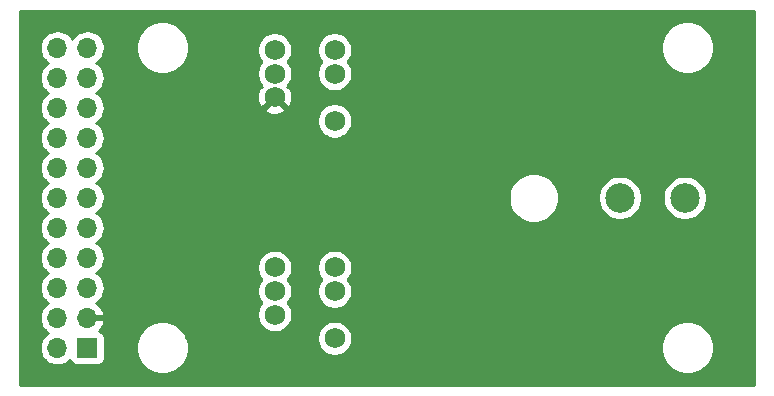
<source format=gbr>
G04 #@! TF.GenerationSoftware,KiCad,Pcbnew,(5.1.2)-1*
G04 #@! TF.CreationDate,2019-11-05T15:10:58-06:00*
G04 #@! TF.ProjectId,power_supply_board,706f7765-725f-4737-9570-706c795f626f,rev?*
G04 #@! TF.SameCoordinates,Original*
G04 #@! TF.FileFunction,Copper,L2,Inr*
G04 #@! TF.FilePolarity,Positive*
%FSLAX46Y46*%
G04 Gerber Fmt 4.6, Leading zero omitted, Abs format (unit mm)*
G04 Created by KiCad (PCBNEW (5.1.2)-1) date 2019-11-05 15:10:58*
%MOMM*%
%LPD*%
G04 APERTURE LIST*
%ADD10O,1.700000X1.700000*%
%ADD11R,1.700000X1.700000*%
%ADD12C,2.500000*%
%ADD13C,1.730000*%
%ADD14C,0.254000*%
G04 APERTURE END LIST*
D10*
X128270000Y-102870000D03*
X130810000Y-102870000D03*
X128270000Y-105410000D03*
X130810000Y-105410000D03*
X128270000Y-107950000D03*
X130810000Y-107950000D03*
X128270000Y-110490000D03*
X130810000Y-110490000D03*
X128270000Y-113030000D03*
X130810000Y-113030000D03*
X128270000Y-115570000D03*
X130810000Y-115570000D03*
X128270000Y-118110000D03*
X130810000Y-118110000D03*
X128270000Y-120650000D03*
X130810000Y-120650000D03*
X128270000Y-123190000D03*
X130810000Y-123190000D03*
X128270000Y-125730000D03*
X130810000Y-125730000D03*
X128270000Y-128270000D03*
D11*
X130810000Y-128270000D03*
D12*
X175920000Y-115570000D03*
X181420000Y-115570000D03*
D13*
X151760000Y-121460000D03*
X151760000Y-123460000D03*
X151760000Y-127460000D03*
X146690000Y-125460000D03*
X146690000Y-121460000D03*
X146690000Y-123460000D03*
X146690000Y-105045000D03*
X146690000Y-103045000D03*
X146690000Y-107045000D03*
X151760000Y-109045000D03*
X151760000Y-105045000D03*
X151760000Y-103045000D03*
D14*
G36*
X187300000Y-131420000D02*
G01*
X125120000Y-131420000D01*
X125120000Y-102870000D01*
X126777815Y-102870000D01*
X126806487Y-103161111D01*
X126891401Y-103441034D01*
X127029294Y-103699014D01*
X127214866Y-103925134D01*
X127440986Y-104110706D01*
X127495791Y-104140000D01*
X127440986Y-104169294D01*
X127214866Y-104354866D01*
X127029294Y-104580986D01*
X126891401Y-104838966D01*
X126806487Y-105118889D01*
X126777815Y-105410000D01*
X126806487Y-105701111D01*
X126891401Y-105981034D01*
X127029294Y-106239014D01*
X127214866Y-106465134D01*
X127440986Y-106650706D01*
X127495791Y-106680000D01*
X127440986Y-106709294D01*
X127214866Y-106894866D01*
X127029294Y-107120986D01*
X126891401Y-107378966D01*
X126806487Y-107658889D01*
X126777815Y-107950000D01*
X126806487Y-108241111D01*
X126891401Y-108521034D01*
X127029294Y-108779014D01*
X127214866Y-109005134D01*
X127440986Y-109190706D01*
X127495791Y-109220000D01*
X127440986Y-109249294D01*
X127214866Y-109434866D01*
X127029294Y-109660986D01*
X126891401Y-109918966D01*
X126806487Y-110198889D01*
X126777815Y-110490000D01*
X126806487Y-110781111D01*
X126891401Y-111061034D01*
X127029294Y-111319014D01*
X127214866Y-111545134D01*
X127440986Y-111730706D01*
X127495791Y-111760000D01*
X127440986Y-111789294D01*
X127214866Y-111974866D01*
X127029294Y-112200986D01*
X126891401Y-112458966D01*
X126806487Y-112738889D01*
X126777815Y-113030000D01*
X126806487Y-113321111D01*
X126891401Y-113601034D01*
X127029294Y-113859014D01*
X127214866Y-114085134D01*
X127440986Y-114270706D01*
X127495791Y-114300000D01*
X127440986Y-114329294D01*
X127214866Y-114514866D01*
X127029294Y-114740986D01*
X126891401Y-114998966D01*
X126806487Y-115278889D01*
X126777815Y-115570000D01*
X126806487Y-115861111D01*
X126891401Y-116141034D01*
X127029294Y-116399014D01*
X127214866Y-116625134D01*
X127440986Y-116810706D01*
X127495791Y-116840000D01*
X127440986Y-116869294D01*
X127214866Y-117054866D01*
X127029294Y-117280986D01*
X126891401Y-117538966D01*
X126806487Y-117818889D01*
X126777815Y-118110000D01*
X126806487Y-118401111D01*
X126891401Y-118681034D01*
X127029294Y-118939014D01*
X127214866Y-119165134D01*
X127440986Y-119350706D01*
X127495791Y-119380000D01*
X127440986Y-119409294D01*
X127214866Y-119594866D01*
X127029294Y-119820986D01*
X126891401Y-120078966D01*
X126806487Y-120358889D01*
X126777815Y-120650000D01*
X126806487Y-120941111D01*
X126891401Y-121221034D01*
X127029294Y-121479014D01*
X127214866Y-121705134D01*
X127440986Y-121890706D01*
X127495791Y-121920000D01*
X127440986Y-121949294D01*
X127214866Y-122134866D01*
X127029294Y-122360986D01*
X126891401Y-122618966D01*
X126806487Y-122898889D01*
X126777815Y-123190000D01*
X126806487Y-123481111D01*
X126891401Y-123761034D01*
X127029294Y-124019014D01*
X127214866Y-124245134D01*
X127440986Y-124430706D01*
X127495791Y-124460000D01*
X127440986Y-124489294D01*
X127214866Y-124674866D01*
X127029294Y-124900986D01*
X126891401Y-125158966D01*
X126806487Y-125438889D01*
X126777815Y-125730000D01*
X126806487Y-126021111D01*
X126891401Y-126301034D01*
X127029294Y-126559014D01*
X127214866Y-126785134D01*
X127440986Y-126970706D01*
X127495791Y-127000000D01*
X127440986Y-127029294D01*
X127214866Y-127214866D01*
X127029294Y-127440986D01*
X126891401Y-127698966D01*
X126806487Y-127978889D01*
X126777815Y-128270000D01*
X126806487Y-128561111D01*
X126891401Y-128841034D01*
X127029294Y-129099014D01*
X127214866Y-129325134D01*
X127440986Y-129510706D01*
X127698966Y-129648599D01*
X127978889Y-129733513D01*
X128197050Y-129755000D01*
X128342950Y-129755000D01*
X128561111Y-129733513D01*
X128841034Y-129648599D01*
X129099014Y-129510706D01*
X129325134Y-129325134D01*
X129349607Y-129295313D01*
X129370498Y-129364180D01*
X129429463Y-129474494D01*
X129508815Y-129571185D01*
X129605506Y-129650537D01*
X129715820Y-129709502D01*
X129835518Y-129745812D01*
X129960000Y-129758072D01*
X131660000Y-129758072D01*
X131784482Y-129745812D01*
X131904180Y-129709502D01*
X132014494Y-129650537D01*
X132111185Y-129571185D01*
X132190537Y-129474494D01*
X132249502Y-129364180D01*
X132285812Y-129244482D01*
X132298072Y-129120000D01*
X132298072Y-128049872D01*
X134925000Y-128049872D01*
X134925000Y-128490128D01*
X135010890Y-128921925D01*
X135179369Y-129328669D01*
X135423962Y-129694729D01*
X135735271Y-130006038D01*
X136101331Y-130250631D01*
X136508075Y-130419110D01*
X136939872Y-130505000D01*
X137380128Y-130505000D01*
X137811925Y-130419110D01*
X138218669Y-130250631D01*
X138584729Y-130006038D01*
X138896038Y-129694729D01*
X139140631Y-129328669D01*
X139309110Y-128921925D01*
X139395000Y-128490128D01*
X139395000Y-128049872D01*
X139309110Y-127618075D01*
X139182439Y-127312263D01*
X150260000Y-127312263D01*
X150260000Y-127607737D01*
X150317644Y-127897534D01*
X150430717Y-128170517D01*
X150594874Y-128416194D01*
X150803806Y-128625126D01*
X151049483Y-128789283D01*
X151322466Y-128902356D01*
X151612263Y-128960000D01*
X151907737Y-128960000D01*
X152197534Y-128902356D01*
X152470517Y-128789283D01*
X152716194Y-128625126D01*
X152925126Y-128416194D01*
X153089283Y-128170517D01*
X153139255Y-128049872D01*
X179375000Y-128049872D01*
X179375000Y-128490128D01*
X179460890Y-128921925D01*
X179629369Y-129328669D01*
X179873962Y-129694729D01*
X180185271Y-130006038D01*
X180551331Y-130250631D01*
X180958075Y-130419110D01*
X181389872Y-130505000D01*
X181830128Y-130505000D01*
X182261925Y-130419110D01*
X182668669Y-130250631D01*
X183034729Y-130006038D01*
X183346038Y-129694729D01*
X183590631Y-129328669D01*
X183759110Y-128921925D01*
X183845000Y-128490128D01*
X183845000Y-128049872D01*
X183759110Y-127618075D01*
X183590631Y-127211331D01*
X183346038Y-126845271D01*
X183034729Y-126533962D01*
X182668669Y-126289369D01*
X182261925Y-126120890D01*
X181830128Y-126035000D01*
X181389872Y-126035000D01*
X180958075Y-126120890D01*
X180551331Y-126289369D01*
X180185271Y-126533962D01*
X179873962Y-126845271D01*
X179629369Y-127211331D01*
X179460890Y-127618075D01*
X179375000Y-128049872D01*
X153139255Y-128049872D01*
X153202356Y-127897534D01*
X153260000Y-127607737D01*
X153260000Y-127312263D01*
X153202356Y-127022466D01*
X153089283Y-126749483D01*
X152925126Y-126503806D01*
X152716194Y-126294874D01*
X152470517Y-126130717D01*
X152197534Y-126017644D01*
X151907737Y-125960000D01*
X151612263Y-125960000D01*
X151322466Y-126017644D01*
X151049483Y-126130717D01*
X150803806Y-126294874D01*
X150594874Y-126503806D01*
X150430717Y-126749483D01*
X150317644Y-127022466D01*
X150260000Y-127312263D01*
X139182439Y-127312263D01*
X139140631Y-127211331D01*
X138896038Y-126845271D01*
X138584729Y-126533962D01*
X138218669Y-126289369D01*
X137811925Y-126120890D01*
X137380128Y-126035000D01*
X136939872Y-126035000D01*
X136508075Y-126120890D01*
X136101331Y-126289369D01*
X135735271Y-126533962D01*
X135423962Y-126845271D01*
X135179369Y-127211331D01*
X135010890Y-127618075D01*
X134925000Y-128049872D01*
X132298072Y-128049872D01*
X132298072Y-127420000D01*
X132285812Y-127295518D01*
X132249502Y-127175820D01*
X132190537Y-127065506D01*
X132111185Y-126968815D01*
X132014494Y-126889463D01*
X131904180Y-126830498D01*
X131823534Y-126806034D01*
X131907588Y-126730269D01*
X132081641Y-126496920D01*
X132206825Y-126234099D01*
X132251476Y-126086890D01*
X132130155Y-125857000D01*
X130937000Y-125857000D01*
X130937000Y-125877000D01*
X130683000Y-125877000D01*
X130683000Y-125857000D01*
X130663000Y-125857000D01*
X130663000Y-125603000D01*
X130683000Y-125603000D01*
X130683000Y-125583000D01*
X130937000Y-125583000D01*
X130937000Y-125603000D01*
X132130155Y-125603000D01*
X132251476Y-125373110D01*
X132206825Y-125225901D01*
X132081641Y-124963080D01*
X131907588Y-124729731D01*
X131691355Y-124534822D01*
X131574477Y-124465201D01*
X131639014Y-124430706D01*
X131865134Y-124245134D01*
X132050706Y-124019014D01*
X132188599Y-123761034D01*
X132273513Y-123481111D01*
X132302185Y-123190000D01*
X132273513Y-122898889D01*
X132188599Y-122618966D01*
X132050706Y-122360986D01*
X131865134Y-122134866D01*
X131639014Y-121949294D01*
X131584209Y-121920000D01*
X131639014Y-121890706D01*
X131865134Y-121705134D01*
X132050706Y-121479014D01*
X132139836Y-121312263D01*
X145190000Y-121312263D01*
X145190000Y-121607737D01*
X145247644Y-121897534D01*
X145360717Y-122170517D01*
X145524874Y-122416194D01*
X145568680Y-122460000D01*
X145524874Y-122503806D01*
X145360717Y-122749483D01*
X145247644Y-123022466D01*
X145190000Y-123312263D01*
X145190000Y-123607737D01*
X145247644Y-123897534D01*
X145360717Y-124170517D01*
X145524874Y-124416194D01*
X145568680Y-124460000D01*
X145524874Y-124503806D01*
X145360717Y-124749483D01*
X145247644Y-125022466D01*
X145190000Y-125312263D01*
X145190000Y-125607737D01*
X145247644Y-125897534D01*
X145360717Y-126170517D01*
X145524874Y-126416194D01*
X145733806Y-126625126D01*
X145979483Y-126789283D01*
X146252466Y-126902356D01*
X146542263Y-126960000D01*
X146837737Y-126960000D01*
X147127534Y-126902356D01*
X147400517Y-126789283D01*
X147646194Y-126625126D01*
X147855126Y-126416194D01*
X148019283Y-126170517D01*
X148132356Y-125897534D01*
X148190000Y-125607737D01*
X148190000Y-125312263D01*
X148132356Y-125022466D01*
X148019283Y-124749483D01*
X147855126Y-124503806D01*
X147811320Y-124460000D01*
X147855126Y-124416194D01*
X148019283Y-124170517D01*
X148132356Y-123897534D01*
X148190000Y-123607737D01*
X148190000Y-123312263D01*
X148132356Y-123022466D01*
X148019283Y-122749483D01*
X147855126Y-122503806D01*
X147811320Y-122460000D01*
X147855126Y-122416194D01*
X148019283Y-122170517D01*
X148132356Y-121897534D01*
X148190000Y-121607737D01*
X148190000Y-121312263D01*
X150260000Y-121312263D01*
X150260000Y-121607737D01*
X150317644Y-121897534D01*
X150430717Y-122170517D01*
X150594874Y-122416194D01*
X150638680Y-122460000D01*
X150594874Y-122503806D01*
X150430717Y-122749483D01*
X150317644Y-123022466D01*
X150260000Y-123312263D01*
X150260000Y-123607737D01*
X150317644Y-123897534D01*
X150430717Y-124170517D01*
X150594874Y-124416194D01*
X150803806Y-124625126D01*
X151049483Y-124789283D01*
X151322466Y-124902356D01*
X151612263Y-124960000D01*
X151907737Y-124960000D01*
X152197534Y-124902356D01*
X152470517Y-124789283D01*
X152716194Y-124625126D01*
X152925126Y-124416194D01*
X153089283Y-124170517D01*
X153202356Y-123897534D01*
X153260000Y-123607737D01*
X153260000Y-123312263D01*
X153202356Y-123022466D01*
X153089283Y-122749483D01*
X152925126Y-122503806D01*
X152881320Y-122460000D01*
X152925126Y-122416194D01*
X153089283Y-122170517D01*
X153202356Y-121897534D01*
X153260000Y-121607737D01*
X153260000Y-121312263D01*
X153202356Y-121022466D01*
X153089283Y-120749483D01*
X152925126Y-120503806D01*
X152716194Y-120294874D01*
X152470517Y-120130717D01*
X152197534Y-120017644D01*
X151907737Y-119960000D01*
X151612263Y-119960000D01*
X151322466Y-120017644D01*
X151049483Y-120130717D01*
X150803806Y-120294874D01*
X150594874Y-120503806D01*
X150430717Y-120749483D01*
X150317644Y-121022466D01*
X150260000Y-121312263D01*
X148190000Y-121312263D01*
X148132356Y-121022466D01*
X148019283Y-120749483D01*
X147855126Y-120503806D01*
X147646194Y-120294874D01*
X147400517Y-120130717D01*
X147127534Y-120017644D01*
X146837737Y-119960000D01*
X146542263Y-119960000D01*
X146252466Y-120017644D01*
X145979483Y-120130717D01*
X145733806Y-120294874D01*
X145524874Y-120503806D01*
X145360717Y-120749483D01*
X145247644Y-121022466D01*
X145190000Y-121312263D01*
X132139836Y-121312263D01*
X132188599Y-121221034D01*
X132273513Y-120941111D01*
X132302185Y-120650000D01*
X132273513Y-120358889D01*
X132188599Y-120078966D01*
X132050706Y-119820986D01*
X131865134Y-119594866D01*
X131639014Y-119409294D01*
X131584209Y-119380000D01*
X131639014Y-119350706D01*
X131865134Y-119165134D01*
X132050706Y-118939014D01*
X132188599Y-118681034D01*
X132273513Y-118401111D01*
X132302185Y-118110000D01*
X132273513Y-117818889D01*
X132188599Y-117538966D01*
X132050706Y-117280986D01*
X131865134Y-117054866D01*
X131639014Y-116869294D01*
X131584209Y-116840000D01*
X131639014Y-116810706D01*
X131865134Y-116625134D01*
X132050706Y-116399014D01*
X132188599Y-116141034D01*
X132273513Y-115861111D01*
X132302185Y-115570000D01*
X132281475Y-115359721D01*
X166485000Y-115359721D01*
X166485000Y-115780279D01*
X166567047Y-116192756D01*
X166727988Y-116581302D01*
X166961637Y-116930983D01*
X167259017Y-117228363D01*
X167608698Y-117462012D01*
X167997244Y-117622953D01*
X168409721Y-117705000D01*
X168830279Y-117705000D01*
X169242756Y-117622953D01*
X169631302Y-117462012D01*
X169980983Y-117228363D01*
X170278363Y-116930983D01*
X170512012Y-116581302D01*
X170672953Y-116192756D01*
X170755000Y-115780279D01*
X170755000Y-115384344D01*
X174035000Y-115384344D01*
X174035000Y-115755656D01*
X174107439Y-116119834D01*
X174249534Y-116462882D01*
X174455825Y-116771618D01*
X174718382Y-117034175D01*
X175027118Y-117240466D01*
X175370166Y-117382561D01*
X175734344Y-117455000D01*
X176105656Y-117455000D01*
X176469834Y-117382561D01*
X176812882Y-117240466D01*
X177121618Y-117034175D01*
X177384175Y-116771618D01*
X177590466Y-116462882D01*
X177732561Y-116119834D01*
X177805000Y-115755656D01*
X177805000Y-115384344D01*
X179535000Y-115384344D01*
X179535000Y-115755656D01*
X179607439Y-116119834D01*
X179749534Y-116462882D01*
X179955825Y-116771618D01*
X180218382Y-117034175D01*
X180527118Y-117240466D01*
X180870166Y-117382561D01*
X181234344Y-117455000D01*
X181605656Y-117455000D01*
X181969834Y-117382561D01*
X182312882Y-117240466D01*
X182621618Y-117034175D01*
X182884175Y-116771618D01*
X183090466Y-116462882D01*
X183232561Y-116119834D01*
X183305000Y-115755656D01*
X183305000Y-115384344D01*
X183232561Y-115020166D01*
X183090466Y-114677118D01*
X182884175Y-114368382D01*
X182621618Y-114105825D01*
X182312882Y-113899534D01*
X181969834Y-113757439D01*
X181605656Y-113685000D01*
X181234344Y-113685000D01*
X180870166Y-113757439D01*
X180527118Y-113899534D01*
X180218382Y-114105825D01*
X179955825Y-114368382D01*
X179749534Y-114677118D01*
X179607439Y-115020166D01*
X179535000Y-115384344D01*
X177805000Y-115384344D01*
X177732561Y-115020166D01*
X177590466Y-114677118D01*
X177384175Y-114368382D01*
X177121618Y-114105825D01*
X176812882Y-113899534D01*
X176469834Y-113757439D01*
X176105656Y-113685000D01*
X175734344Y-113685000D01*
X175370166Y-113757439D01*
X175027118Y-113899534D01*
X174718382Y-114105825D01*
X174455825Y-114368382D01*
X174249534Y-114677118D01*
X174107439Y-115020166D01*
X174035000Y-115384344D01*
X170755000Y-115384344D01*
X170755000Y-115359721D01*
X170672953Y-114947244D01*
X170512012Y-114558698D01*
X170278363Y-114209017D01*
X169980983Y-113911637D01*
X169631302Y-113677988D01*
X169242756Y-113517047D01*
X168830279Y-113435000D01*
X168409721Y-113435000D01*
X167997244Y-113517047D01*
X167608698Y-113677988D01*
X167259017Y-113911637D01*
X166961637Y-114209017D01*
X166727988Y-114558698D01*
X166567047Y-114947244D01*
X166485000Y-115359721D01*
X132281475Y-115359721D01*
X132273513Y-115278889D01*
X132188599Y-114998966D01*
X132050706Y-114740986D01*
X131865134Y-114514866D01*
X131639014Y-114329294D01*
X131584209Y-114300000D01*
X131639014Y-114270706D01*
X131865134Y-114085134D01*
X132050706Y-113859014D01*
X132188599Y-113601034D01*
X132273513Y-113321111D01*
X132302185Y-113030000D01*
X132273513Y-112738889D01*
X132188599Y-112458966D01*
X132050706Y-112200986D01*
X131865134Y-111974866D01*
X131639014Y-111789294D01*
X131584209Y-111760000D01*
X131639014Y-111730706D01*
X131865134Y-111545134D01*
X132050706Y-111319014D01*
X132188599Y-111061034D01*
X132273513Y-110781111D01*
X132302185Y-110490000D01*
X132273513Y-110198889D01*
X132188599Y-109918966D01*
X132050706Y-109660986D01*
X131865134Y-109434866D01*
X131639014Y-109249294D01*
X131584209Y-109220000D01*
X131639014Y-109190706D01*
X131865134Y-109005134D01*
X131953661Y-108897263D01*
X150260000Y-108897263D01*
X150260000Y-109192737D01*
X150317644Y-109482534D01*
X150430717Y-109755517D01*
X150594874Y-110001194D01*
X150803806Y-110210126D01*
X151049483Y-110374283D01*
X151322466Y-110487356D01*
X151612263Y-110545000D01*
X151907737Y-110545000D01*
X152197534Y-110487356D01*
X152470517Y-110374283D01*
X152716194Y-110210126D01*
X152925126Y-110001194D01*
X153089283Y-109755517D01*
X153202356Y-109482534D01*
X153260000Y-109192737D01*
X153260000Y-108897263D01*
X153202356Y-108607466D01*
X153089283Y-108334483D01*
X152925126Y-108088806D01*
X152716194Y-107879874D01*
X152470517Y-107715717D01*
X152197534Y-107602644D01*
X151907737Y-107545000D01*
X151612263Y-107545000D01*
X151322466Y-107602644D01*
X151049483Y-107715717D01*
X150803806Y-107879874D01*
X150594874Y-108088806D01*
X150430717Y-108334483D01*
X150317644Y-108607466D01*
X150260000Y-108897263D01*
X131953661Y-108897263D01*
X132050706Y-108779014D01*
X132188599Y-108521034D01*
X132273513Y-108241111D01*
X132288976Y-108084103D01*
X145830502Y-108084103D01*
X145909952Y-108334710D01*
X146176550Y-108462108D01*
X146462880Y-108535048D01*
X146757938Y-108550727D01*
X147050385Y-108508540D01*
X147328983Y-108410111D01*
X147470048Y-108334710D01*
X147549498Y-108084103D01*
X146690000Y-107224605D01*
X145830502Y-108084103D01*
X132288976Y-108084103D01*
X132302185Y-107950000D01*
X132273513Y-107658889D01*
X132188599Y-107378966D01*
X132050706Y-107120986D01*
X132044102Y-107112938D01*
X145184273Y-107112938D01*
X145226460Y-107405385D01*
X145324889Y-107683983D01*
X145400290Y-107825048D01*
X145650897Y-107904498D01*
X146510395Y-107045000D01*
X146496253Y-107030858D01*
X146675858Y-106851253D01*
X146690000Y-106865395D01*
X146704143Y-106851253D01*
X146883748Y-107030858D01*
X146869605Y-107045000D01*
X147729103Y-107904498D01*
X147979710Y-107825048D01*
X148107108Y-107558450D01*
X148180048Y-107272120D01*
X148195727Y-106977062D01*
X148153540Y-106684615D01*
X148055111Y-106406017D01*
X147979710Y-106264952D01*
X147729105Y-106185503D01*
X147845161Y-106069446D01*
X147816018Y-106040303D01*
X147855126Y-106001194D01*
X148019283Y-105755517D01*
X148132356Y-105482534D01*
X148190000Y-105192737D01*
X148190000Y-104897263D01*
X148132356Y-104607466D01*
X148019283Y-104334483D01*
X147855126Y-104088806D01*
X147811320Y-104045000D01*
X147855126Y-104001194D01*
X148019283Y-103755517D01*
X148132356Y-103482534D01*
X148190000Y-103192737D01*
X148190000Y-102897263D01*
X150260000Y-102897263D01*
X150260000Y-103192737D01*
X150317644Y-103482534D01*
X150430717Y-103755517D01*
X150594874Y-104001194D01*
X150638680Y-104045000D01*
X150594874Y-104088806D01*
X150430717Y-104334483D01*
X150317644Y-104607466D01*
X150260000Y-104897263D01*
X150260000Y-105192737D01*
X150317644Y-105482534D01*
X150430717Y-105755517D01*
X150594874Y-106001194D01*
X150803806Y-106210126D01*
X151049483Y-106374283D01*
X151322466Y-106487356D01*
X151612263Y-106545000D01*
X151907737Y-106545000D01*
X152197534Y-106487356D01*
X152470517Y-106374283D01*
X152716194Y-106210126D01*
X152925126Y-106001194D01*
X153089283Y-105755517D01*
X153202356Y-105482534D01*
X153260000Y-105192737D01*
X153260000Y-104897263D01*
X153202356Y-104607466D01*
X153089283Y-104334483D01*
X152925126Y-104088806D01*
X152881320Y-104045000D01*
X152925126Y-104001194D01*
X153089283Y-103755517D01*
X153202356Y-103482534D01*
X153260000Y-103192737D01*
X153260000Y-102897263D01*
X153210792Y-102649872D01*
X179375000Y-102649872D01*
X179375000Y-103090128D01*
X179460890Y-103521925D01*
X179629369Y-103928669D01*
X179873962Y-104294729D01*
X180185271Y-104606038D01*
X180551331Y-104850631D01*
X180958075Y-105019110D01*
X181389872Y-105105000D01*
X181830128Y-105105000D01*
X182261925Y-105019110D01*
X182668669Y-104850631D01*
X183034729Y-104606038D01*
X183346038Y-104294729D01*
X183590631Y-103928669D01*
X183759110Y-103521925D01*
X183845000Y-103090128D01*
X183845000Y-102649872D01*
X183759110Y-102218075D01*
X183590631Y-101811331D01*
X183346038Y-101445271D01*
X183034729Y-101133962D01*
X182668669Y-100889369D01*
X182261925Y-100720890D01*
X181830128Y-100635000D01*
X181389872Y-100635000D01*
X180958075Y-100720890D01*
X180551331Y-100889369D01*
X180185271Y-101133962D01*
X179873962Y-101445271D01*
X179629369Y-101811331D01*
X179460890Y-102218075D01*
X179375000Y-102649872D01*
X153210792Y-102649872D01*
X153202356Y-102607466D01*
X153089283Y-102334483D01*
X152925126Y-102088806D01*
X152716194Y-101879874D01*
X152470517Y-101715717D01*
X152197534Y-101602644D01*
X151907737Y-101545000D01*
X151612263Y-101545000D01*
X151322466Y-101602644D01*
X151049483Y-101715717D01*
X150803806Y-101879874D01*
X150594874Y-102088806D01*
X150430717Y-102334483D01*
X150317644Y-102607466D01*
X150260000Y-102897263D01*
X148190000Y-102897263D01*
X148132356Y-102607466D01*
X148019283Y-102334483D01*
X147855126Y-102088806D01*
X147646194Y-101879874D01*
X147400517Y-101715717D01*
X147127534Y-101602644D01*
X146837737Y-101545000D01*
X146542263Y-101545000D01*
X146252466Y-101602644D01*
X145979483Y-101715717D01*
X145733806Y-101879874D01*
X145524874Y-102088806D01*
X145360717Y-102334483D01*
X145247644Y-102607466D01*
X145190000Y-102897263D01*
X145190000Y-103192737D01*
X145247644Y-103482534D01*
X145360717Y-103755517D01*
X145524874Y-104001194D01*
X145568680Y-104045000D01*
X145524874Y-104088806D01*
X145360717Y-104334483D01*
X145247644Y-104607466D01*
X145190000Y-104897263D01*
X145190000Y-105192737D01*
X145247644Y-105482534D01*
X145360717Y-105755517D01*
X145524874Y-106001194D01*
X145563983Y-106040303D01*
X145534839Y-106069446D01*
X145650895Y-106185503D01*
X145400290Y-106264952D01*
X145272892Y-106531550D01*
X145199952Y-106817880D01*
X145184273Y-107112938D01*
X132044102Y-107112938D01*
X131865134Y-106894866D01*
X131639014Y-106709294D01*
X131584209Y-106680000D01*
X131639014Y-106650706D01*
X131865134Y-106465134D01*
X132050706Y-106239014D01*
X132188599Y-105981034D01*
X132273513Y-105701111D01*
X132302185Y-105410000D01*
X132273513Y-105118889D01*
X132188599Y-104838966D01*
X132050706Y-104580986D01*
X131865134Y-104354866D01*
X131639014Y-104169294D01*
X131584209Y-104140000D01*
X131639014Y-104110706D01*
X131865134Y-103925134D01*
X132050706Y-103699014D01*
X132188599Y-103441034D01*
X132273513Y-103161111D01*
X132302185Y-102870000D01*
X132280505Y-102649872D01*
X134925000Y-102649872D01*
X134925000Y-103090128D01*
X135010890Y-103521925D01*
X135179369Y-103928669D01*
X135423962Y-104294729D01*
X135735271Y-104606038D01*
X136101331Y-104850631D01*
X136508075Y-105019110D01*
X136939872Y-105105000D01*
X137380128Y-105105000D01*
X137811925Y-105019110D01*
X138218669Y-104850631D01*
X138584729Y-104606038D01*
X138896038Y-104294729D01*
X139140631Y-103928669D01*
X139309110Y-103521925D01*
X139395000Y-103090128D01*
X139395000Y-102649872D01*
X139309110Y-102218075D01*
X139140631Y-101811331D01*
X138896038Y-101445271D01*
X138584729Y-101133962D01*
X138218669Y-100889369D01*
X137811925Y-100720890D01*
X137380128Y-100635000D01*
X136939872Y-100635000D01*
X136508075Y-100720890D01*
X136101331Y-100889369D01*
X135735271Y-101133962D01*
X135423962Y-101445271D01*
X135179369Y-101811331D01*
X135010890Y-102218075D01*
X134925000Y-102649872D01*
X132280505Y-102649872D01*
X132273513Y-102578889D01*
X132188599Y-102298966D01*
X132050706Y-102040986D01*
X131865134Y-101814866D01*
X131639014Y-101629294D01*
X131381034Y-101491401D01*
X131101111Y-101406487D01*
X130882950Y-101385000D01*
X130737050Y-101385000D01*
X130518889Y-101406487D01*
X130238966Y-101491401D01*
X129980986Y-101629294D01*
X129754866Y-101814866D01*
X129569294Y-102040986D01*
X129540000Y-102095791D01*
X129510706Y-102040986D01*
X129325134Y-101814866D01*
X129099014Y-101629294D01*
X128841034Y-101491401D01*
X128561111Y-101406487D01*
X128342950Y-101385000D01*
X128197050Y-101385000D01*
X127978889Y-101406487D01*
X127698966Y-101491401D01*
X127440986Y-101629294D01*
X127214866Y-101814866D01*
X127029294Y-102040986D01*
X126891401Y-102298966D01*
X126806487Y-102578889D01*
X126777815Y-102870000D01*
X125120000Y-102870000D01*
X125120000Y-99720000D01*
X187300001Y-99720000D01*
X187300000Y-131420000D01*
X187300000Y-131420000D01*
G37*
X187300000Y-131420000D02*
X125120000Y-131420000D01*
X125120000Y-102870000D01*
X126777815Y-102870000D01*
X126806487Y-103161111D01*
X126891401Y-103441034D01*
X127029294Y-103699014D01*
X127214866Y-103925134D01*
X127440986Y-104110706D01*
X127495791Y-104140000D01*
X127440986Y-104169294D01*
X127214866Y-104354866D01*
X127029294Y-104580986D01*
X126891401Y-104838966D01*
X126806487Y-105118889D01*
X126777815Y-105410000D01*
X126806487Y-105701111D01*
X126891401Y-105981034D01*
X127029294Y-106239014D01*
X127214866Y-106465134D01*
X127440986Y-106650706D01*
X127495791Y-106680000D01*
X127440986Y-106709294D01*
X127214866Y-106894866D01*
X127029294Y-107120986D01*
X126891401Y-107378966D01*
X126806487Y-107658889D01*
X126777815Y-107950000D01*
X126806487Y-108241111D01*
X126891401Y-108521034D01*
X127029294Y-108779014D01*
X127214866Y-109005134D01*
X127440986Y-109190706D01*
X127495791Y-109220000D01*
X127440986Y-109249294D01*
X127214866Y-109434866D01*
X127029294Y-109660986D01*
X126891401Y-109918966D01*
X126806487Y-110198889D01*
X126777815Y-110490000D01*
X126806487Y-110781111D01*
X126891401Y-111061034D01*
X127029294Y-111319014D01*
X127214866Y-111545134D01*
X127440986Y-111730706D01*
X127495791Y-111760000D01*
X127440986Y-111789294D01*
X127214866Y-111974866D01*
X127029294Y-112200986D01*
X126891401Y-112458966D01*
X126806487Y-112738889D01*
X126777815Y-113030000D01*
X126806487Y-113321111D01*
X126891401Y-113601034D01*
X127029294Y-113859014D01*
X127214866Y-114085134D01*
X127440986Y-114270706D01*
X127495791Y-114300000D01*
X127440986Y-114329294D01*
X127214866Y-114514866D01*
X127029294Y-114740986D01*
X126891401Y-114998966D01*
X126806487Y-115278889D01*
X126777815Y-115570000D01*
X126806487Y-115861111D01*
X126891401Y-116141034D01*
X127029294Y-116399014D01*
X127214866Y-116625134D01*
X127440986Y-116810706D01*
X127495791Y-116840000D01*
X127440986Y-116869294D01*
X127214866Y-117054866D01*
X127029294Y-117280986D01*
X126891401Y-117538966D01*
X126806487Y-117818889D01*
X126777815Y-118110000D01*
X126806487Y-118401111D01*
X126891401Y-118681034D01*
X127029294Y-118939014D01*
X127214866Y-119165134D01*
X127440986Y-119350706D01*
X127495791Y-119380000D01*
X127440986Y-119409294D01*
X127214866Y-119594866D01*
X127029294Y-119820986D01*
X126891401Y-120078966D01*
X126806487Y-120358889D01*
X126777815Y-120650000D01*
X126806487Y-120941111D01*
X126891401Y-121221034D01*
X127029294Y-121479014D01*
X127214866Y-121705134D01*
X127440986Y-121890706D01*
X127495791Y-121920000D01*
X127440986Y-121949294D01*
X127214866Y-122134866D01*
X127029294Y-122360986D01*
X126891401Y-122618966D01*
X126806487Y-122898889D01*
X126777815Y-123190000D01*
X126806487Y-123481111D01*
X126891401Y-123761034D01*
X127029294Y-124019014D01*
X127214866Y-124245134D01*
X127440986Y-124430706D01*
X127495791Y-124460000D01*
X127440986Y-124489294D01*
X127214866Y-124674866D01*
X127029294Y-124900986D01*
X126891401Y-125158966D01*
X126806487Y-125438889D01*
X126777815Y-125730000D01*
X126806487Y-126021111D01*
X126891401Y-126301034D01*
X127029294Y-126559014D01*
X127214866Y-126785134D01*
X127440986Y-126970706D01*
X127495791Y-127000000D01*
X127440986Y-127029294D01*
X127214866Y-127214866D01*
X127029294Y-127440986D01*
X126891401Y-127698966D01*
X126806487Y-127978889D01*
X126777815Y-128270000D01*
X126806487Y-128561111D01*
X126891401Y-128841034D01*
X127029294Y-129099014D01*
X127214866Y-129325134D01*
X127440986Y-129510706D01*
X127698966Y-129648599D01*
X127978889Y-129733513D01*
X128197050Y-129755000D01*
X128342950Y-129755000D01*
X128561111Y-129733513D01*
X128841034Y-129648599D01*
X129099014Y-129510706D01*
X129325134Y-129325134D01*
X129349607Y-129295313D01*
X129370498Y-129364180D01*
X129429463Y-129474494D01*
X129508815Y-129571185D01*
X129605506Y-129650537D01*
X129715820Y-129709502D01*
X129835518Y-129745812D01*
X129960000Y-129758072D01*
X131660000Y-129758072D01*
X131784482Y-129745812D01*
X131904180Y-129709502D01*
X132014494Y-129650537D01*
X132111185Y-129571185D01*
X132190537Y-129474494D01*
X132249502Y-129364180D01*
X132285812Y-129244482D01*
X132298072Y-129120000D01*
X132298072Y-128049872D01*
X134925000Y-128049872D01*
X134925000Y-128490128D01*
X135010890Y-128921925D01*
X135179369Y-129328669D01*
X135423962Y-129694729D01*
X135735271Y-130006038D01*
X136101331Y-130250631D01*
X136508075Y-130419110D01*
X136939872Y-130505000D01*
X137380128Y-130505000D01*
X137811925Y-130419110D01*
X138218669Y-130250631D01*
X138584729Y-130006038D01*
X138896038Y-129694729D01*
X139140631Y-129328669D01*
X139309110Y-128921925D01*
X139395000Y-128490128D01*
X139395000Y-128049872D01*
X139309110Y-127618075D01*
X139182439Y-127312263D01*
X150260000Y-127312263D01*
X150260000Y-127607737D01*
X150317644Y-127897534D01*
X150430717Y-128170517D01*
X150594874Y-128416194D01*
X150803806Y-128625126D01*
X151049483Y-128789283D01*
X151322466Y-128902356D01*
X151612263Y-128960000D01*
X151907737Y-128960000D01*
X152197534Y-128902356D01*
X152470517Y-128789283D01*
X152716194Y-128625126D01*
X152925126Y-128416194D01*
X153089283Y-128170517D01*
X153139255Y-128049872D01*
X179375000Y-128049872D01*
X179375000Y-128490128D01*
X179460890Y-128921925D01*
X179629369Y-129328669D01*
X179873962Y-129694729D01*
X180185271Y-130006038D01*
X180551331Y-130250631D01*
X180958075Y-130419110D01*
X181389872Y-130505000D01*
X181830128Y-130505000D01*
X182261925Y-130419110D01*
X182668669Y-130250631D01*
X183034729Y-130006038D01*
X183346038Y-129694729D01*
X183590631Y-129328669D01*
X183759110Y-128921925D01*
X183845000Y-128490128D01*
X183845000Y-128049872D01*
X183759110Y-127618075D01*
X183590631Y-127211331D01*
X183346038Y-126845271D01*
X183034729Y-126533962D01*
X182668669Y-126289369D01*
X182261925Y-126120890D01*
X181830128Y-126035000D01*
X181389872Y-126035000D01*
X180958075Y-126120890D01*
X180551331Y-126289369D01*
X180185271Y-126533962D01*
X179873962Y-126845271D01*
X179629369Y-127211331D01*
X179460890Y-127618075D01*
X179375000Y-128049872D01*
X153139255Y-128049872D01*
X153202356Y-127897534D01*
X153260000Y-127607737D01*
X153260000Y-127312263D01*
X153202356Y-127022466D01*
X153089283Y-126749483D01*
X152925126Y-126503806D01*
X152716194Y-126294874D01*
X152470517Y-126130717D01*
X152197534Y-126017644D01*
X151907737Y-125960000D01*
X151612263Y-125960000D01*
X151322466Y-126017644D01*
X151049483Y-126130717D01*
X150803806Y-126294874D01*
X150594874Y-126503806D01*
X150430717Y-126749483D01*
X150317644Y-127022466D01*
X150260000Y-127312263D01*
X139182439Y-127312263D01*
X139140631Y-127211331D01*
X138896038Y-126845271D01*
X138584729Y-126533962D01*
X138218669Y-126289369D01*
X137811925Y-126120890D01*
X137380128Y-126035000D01*
X136939872Y-126035000D01*
X136508075Y-126120890D01*
X136101331Y-126289369D01*
X135735271Y-126533962D01*
X135423962Y-126845271D01*
X135179369Y-127211331D01*
X135010890Y-127618075D01*
X134925000Y-128049872D01*
X132298072Y-128049872D01*
X132298072Y-127420000D01*
X132285812Y-127295518D01*
X132249502Y-127175820D01*
X132190537Y-127065506D01*
X132111185Y-126968815D01*
X132014494Y-126889463D01*
X131904180Y-126830498D01*
X131823534Y-126806034D01*
X131907588Y-126730269D01*
X132081641Y-126496920D01*
X132206825Y-126234099D01*
X132251476Y-126086890D01*
X132130155Y-125857000D01*
X130937000Y-125857000D01*
X130937000Y-125877000D01*
X130683000Y-125877000D01*
X130683000Y-125857000D01*
X130663000Y-125857000D01*
X130663000Y-125603000D01*
X130683000Y-125603000D01*
X130683000Y-125583000D01*
X130937000Y-125583000D01*
X130937000Y-125603000D01*
X132130155Y-125603000D01*
X132251476Y-125373110D01*
X132206825Y-125225901D01*
X132081641Y-124963080D01*
X131907588Y-124729731D01*
X131691355Y-124534822D01*
X131574477Y-124465201D01*
X131639014Y-124430706D01*
X131865134Y-124245134D01*
X132050706Y-124019014D01*
X132188599Y-123761034D01*
X132273513Y-123481111D01*
X132302185Y-123190000D01*
X132273513Y-122898889D01*
X132188599Y-122618966D01*
X132050706Y-122360986D01*
X131865134Y-122134866D01*
X131639014Y-121949294D01*
X131584209Y-121920000D01*
X131639014Y-121890706D01*
X131865134Y-121705134D01*
X132050706Y-121479014D01*
X132139836Y-121312263D01*
X145190000Y-121312263D01*
X145190000Y-121607737D01*
X145247644Y-121897534D01*
X145360717Y-122170517D01*
X145524874Y-122416194D01*
X145568680Y-122460000D01*
X145524874Y-122503806D01*
X145360717Y-122749483D01*
X145247644Y-123022466D01*
X145190000Y-123312263D01*
X145190000Y-123607737D01*
X145247644Y-123897534D01*
X145360717Y-124170517D01*
X145524874Y-124416194D01*
X145568680Y-124460000D01*
X145524874Y-124503806D01*
X145360717Y-124749483D01*
X145247644Y-125022466D01*
X145190000Y-125312263D01*
X145190000Y-125607737D01*
X145247644Y-125897534D01*
X145360717Y-126170517D01*
X145524874Y-126416194D01*
X145733806Y-126625126D01*
X145979483Y-126789283D01*
X146252466Y-126902356D01*
X146542263Y-126960000D01*
X146837737Y-126960000D01*
X147127534Y-126902356D01*
X147400517Y-126789283D01*
X147646194Y-126625126D01*
X147855126Y-126416194D01*
X148019283Y-126170517D01*
X148132356Y-125897534D01*
X148190000Y-125607737D01*
X148190000Y-125312263D01*
X148132356Y-125022466D01*
X148019283Y-124749483D01*
X147855126Y-124503806D01*
X147811320Y-124460000D01*
X147855126Y-124416194D01*
X148019283Y-124170517D01*
X148132356Y-123897534D01*
X148190000Y-123607737D01*
X148190000Y-123312263D01*
X148132356Y-123022466D01*
X148019283Y-122749483D01*
X147855126Y-122503806D01*
X147811320Y-122460000D01*
X147855126Y-122416194D01*
X148019283Y-122170517D01*
X148132356Y-121897534D01*
X148190000Y-121607737D01*
X148190000Y-121312263D01*
X150260000Y-121312263D01*
X150260000Y-121607737D01*
X150317644Y-121897534D01*
X150430717Y-122170517D01*
X150594874Y-122416194D01*
X150638680Y-122460000D01*
X150594874Y-122503806D01*
X150430717Y-122749483D01*
X150317644Y-123022466D01*
X150260000Y-123312263D01*
X150260000Y-123607737D01*
X150317644Y-123897534D01*
X150430717Y-124170517D01*
X150594874Y-124416194D01*
X150803806Y-124625126D01*
X151049483Y-124789283D01*
X151322466Y-124902356D01*
X151612263Y-124960000D01*
X151907737Y-124960000D01*
X152197534Y-124902356D01*
X152470517Y-124789283D01*
X152716194Y-124625126D01*
X152925126Y-124416194D01*
X153089283Y-124170517D01*
X153202356Y-123897534D01*
X153260000Y-123607737D01*
X153260000Y-123312263D01*
X153202356Y-123022466D01*
X153089283Y-122749483D01*
X152925126Y-122503806D01*
X152881320Y-122460000D01*
X152925126Y-122416194D01*
X153089283Y-122170517D01*
X153202356Y-121897534D01*
X153260000Y-121607737D01*
X153260000Y-121312263D01*
X153202356Y-121022466D01*
X153089283Y-120749483D01*
X152925126Y-120503806D01*
X152716194Y-120294874D01*
X152470517Y-120130717D01*
X152197534Y-120017644D01*
X151907737Y-119960000D01*
X151612263Y-119960000D01*
X151322466Y-120017644D01*
X151049483Y-120130717D01*
X150803806Y-120294874D01*
X150594874Y-120503806D01*
X150430717Y-120749483D01*
X150317644Y-121022466D01*
X150260000Y-121312263D01*
X148190000Y-121312263D01*
X148132356Y-121022466D01*
X148019283Y-120749483D01*
X147855126Y-120503806D01*
X147646194Y-120294874D01*
X147400517Y-120130717D01*
X147127534Y-120017644D01*
X146837737Y-119960000D01*
X146542263Y-119960000D01*
X146252466Y-120017644D01*
X145979483Y-120130717D01*
X145733806Y-120294874D01*
X145524874Y-120503806D01*
X145360717Y-120749483D01*
X145247644Y-121022466D01*
X145190000Y-121312263D01*
X132139836Y-121312263D01*
X132188599Y-121221034D01*
X132273513Y-120941111D01*
X132302185Y-120650000D01*
X132273513Y-120358889D01*
X132188599Y-120078966D01*
X132050706Y-119820986D01*
X131865134Y-119594866D01*
X131639014Y-119409294D01*
X131584209Y-119380000D01*
X131639014Y-119350706D01*
X131865134Y-119165134D01*
X132050706Y-118939014D01*
X132188599Y-118681034D01*
X132273513Y-118401111D01*
X132302185Y-118110000D01*
X132273513Y-117818889D01*
X132188599Y-117538966D01*
X132050706Y-117280986D01*
X131865134Y-117054866D01*
X131639014Y-116869294D01*
X131584209Y-116840000D01*
X131639014Y-116810706D01*
X131865134Y-116625134D01*
X132050706Y-116399014D01*
X132188599Y-116141034D01*
X132273513Y-115861111D01*
X132302185Y-115570000D01*
X132281475Y-115359721D01*
X166485000Y-115359721D01*
X166485000Y-115780279D01*
X166567047Y-116192756D01*
X166727988Y-116581302D01*
X166961637Y-116930983D01*
X167259017Y-117228363D01*
X167608698Y-117462012D01*
X167997244Y-117622953D01*
X168409721Y-117705000D01*
X168830279Y-117705000D01*
X169242756Y-117622953D01*
X169631302Y-117462012D01*
X169980983Y-117228363D01*
X170278363Y-116930983D01*
X170512012Y-116581302D01*
X170672953Y-116192756D01*
X170755000Y-115780279D01*
X170755000Y-115384344D01*
X174035000Y-115384344D01*
X174035000Y-115755656D01*
X174107439Y-116119834D01*
X174249534Y-116462882D01*
X174455825Y-116771618D01*
X174718382Y-117034175D01*
X175027118Y-117240466D01*
X175370166Y-117382561D01*
X175734344Y-117455000D01*
X176105656Y-117455000D01*
X176469834Y-117382561D01*
X176812882Y-117240466D01*
X177121618Y-117034175D01*
X177384175Y-116771618D01*
X177590466Y-116462882D01*
X177732561Y-116119834D01*
X177805000Y-115755656D01*
X177805000Y-115384344D01*
X179535000Y-115384344D01*
X179535000Y-115755656D01*
X179607439Y-116119834D01*
X179749534Y-116462882D01*
X179955825Y-116771618D01*
X180218382Y-117034175D01*
X180527118Y-117240466D01*
X180870166Y-117382561D01*
X181234344Y-117455000D01*
X181605656Y-117455000D01*
X181969834Y-117382561D01*
X182312882Y-117240466D01*
X182621618Y-117034175D01*
X182884175Y-116771618D01*
X183090466Y-116462882D01*
X183232561Y-116119834D01*
X183305000Y-115755656D01*
X183305000Y-115384344D01*
X183232561Y-115020166D01*
X183090466Y-114677118D01*
X182884175Y-114368382D01*
X182621618Y-114105825D01*
X182312882Y-113899534D01*
X181969834Y-113757439D01*
X181605656Y-113685000D01*
X181234344Y-113685000D01*
X180870166Y-113757439D01*
X180527118Y-113899534D01*
X180218382Y-114105825D01*
X179955825Y-114368382D01*
X179749534Y-114677118D01*
X179607439Y-115020166D01*
X179535000Y-115384344D01*
X177805000Y-115384344D01*
X177732561Y-115020166D01*
X177590466Y-114677118D01*
X177384175Y-114368382D01*
X177121618Y-114105825D01*
X176812882Y-113899534D01*
X176469834Y-113757439D01*
X176105656Y-113685000D01*
X175734344Y-113685000D01*
X175370166Y-113757439D01*
X175027118Y-113899534D01*
X174718382Y-114105825D01*
X174455825Y-114368382D01*
X174249534Y-114677118D01*
X174107439Y-115020166D01*
X174035000Y-115384344D01*
X170755000Y-115384344D01*
X170755000Y-115359721D01*
X170672953Y-114947244D01*
X170512012Y-114558698D01*
X170278363Y-114209017D01*
X169980983Y-113911637D01*
X169631302Y-113677988D01*
X169242756Y-113517047D01*
X168830279Y-113435000D01*
X168409721Y-113435000D01*
X167997244Y-113517047D01*
X167608698Y-113677988D01*
X167259017Y-113911637D01*
X166961637Y-114209017D01*
X166727988Y-114558698D01*
X166567047Y-114947244D01*
X166485000Y-115359721D01*
X132281475Y-115359721D01*
X132273513Y-115278889D01*
X132188599Y-114998966D01*
X132050706Y-114740986D01*
X131865134Y-114514866D01*
X131639014Y-114329294D01*
X131584209Y-114300000D01*
X131639014Y-114270706D01*
X131865134Y-114085134D01*
X132050706Y-113859014D01*
X132188599Y-113601034D01*
X132273513Y-113321111D01*
X132302185Y-113030000D01*
X132273513Y-112738889D01*
X132188599Y-112458966D01*
X132050706Y-112200986D01*
X131865134Y-111974866D01*
X131639014Y-111789294D01*
X131584209Y-111760000D01*
X131639014Y-111730706D01*
X131865134Y-111545134D01*
X132050706Y-111319014D01*
X132188599Y-111061034D01*
X132273513Y-110781111D01*
X132302185Y-110490000D01*
X132273513Y-110198889D01*
X132188599Y-109918966D01*
X132050706Y-109660986D01*
X131865134Y-109434866D01*
X131639014Y-109249294D01*
X131584209Y-109220000D01*
X131639014Y-109190706D01*
X131865134Y-109005134D01*
X131953661Y-108897263D01*
X150260000Y-108897263D01*
X150260000Y-109192737D01*
X150317644Y-109482534D01*
X150430717Y-109755517D01*
X150594874Y-110001194D01*
X150803806Y-110210126D01*
X151049483Y-110374283D01*
X151322466Y-110487356D01*
X151612263Y-110545000D01*
X151907737Y-110545000D01*
X152197534Y-110487356D01*
X152470517Y-110374283D01*
X152716194Y-110210126D01*
X152925126Y-110001194D01*
X153089283Y-109755517D01*
X153202356Y-109482534D01*
X153260000Y-109192737D01*
X153260000Y-108897263D01*
X153202356Y-108607466D01*
X153089283Y-108334483D01*
X152925126Y-108088806D01*
X152716194Y-107879874D01*
X152470517Y-107715717D01*
X152197534Y-107602644D01*
X151907737Y-107545000D01*
X151612263Y-107545000D01*
X151322466Y-107602644D01*
X151049483Y-107715717D01*
X150803806Y-107879874D01*
X150594874Y-108088806D01*
X150430717Y-108334483D01*
X150317644Y-108607466D01*
X150260000Y-108897263D01*
X131953661Y-108897263D01*
X132050706Y-108779014D01*
X132188599Y-108521034D01*
X132273513Y-108241111D01*
X132288976Y-108084103D01*
X145830502Y-108084103D01*
X145909952Y-108334710D01*
X146176550Y-108462108D01*
X146462880Y-108535048D01*
X146757938Y-108550727D01*
X147050385Y-108508540D01*
X147328983Y-108410111D01*
X147470048Y-108334710D01*
X147549498Y-108084103D01*
X146690000Y-107224605D01*
X145830502Y-108084103D01*
X132288976Y-108084103D01*
X132302185Y-107950000D01*
X132273513Y-107658889D01*
X132188599Y-107378966D01*
X132050706Y-107120986D01*
X132044102Y-107112938D01*
X145184273Y-107112938D01*
X145226460Y-107405385D01*
X145324889Y-107683983D01*
X145400290Y-107825048D01*
X145650897Y-107904498D01*
X146510395Y-107045000D01*
X146496253Y-107030858D01*
X146675858Y-106851253D01*
X146690000Y-106865395D01*
X146704143Y-106851253D01*
X146883748Y-107030858D01*
X146869605Y-107045000D01*
X147729103Y-107904498D01*
X147979710Y-107825048D01*
X148107108Y-107558450D01*
X148180048Y-107272120D01*
X148195727Y-106977062D01*
X148153540Y-106684615D01*
X148055111Y-106406017D01*
X147979710Y-106264952D01*
X147729105Y-106185503D01*
X147845161Y-106069446D01*
X147816018Y-106040303D01*
X147855126Y-106001194D01*
X148019283Y-105755517D01*
X148132356Y-105482534D01*
X148190000Y-105192737D01*
X148190000Y-104897263D01*
X148132356Y-104607466D01*
X148019283Y-104334483D01*
X147855126Y-104088806D01*
X147811320Y-104045000D01*
X147855126Y-104001194D01*
X148019283Y-103755517D01*
X148132356Y-103482534D01*
X148190000Y-103192737D01*
X148190000Y-102897263D01*
X150260000Y-102897263D01*
X150260000Y-103192737D01*
X150317644Y-103482534D01*
X150430717Y-103755517D01*
X150594874Y-104001194D01*
X150638680Y-104045000D01*
X150594874Y-104088806D01*
X150430717Y-104334483D01*
X150317644Y-104607466D01*
X150260000Y-104897263D01*
X150260000Y-105192737D01*
X150317644Y-105482534D01*
X150430717Y-105755517D01*
X150594874Y-106001194D01*
X150803806Y-106210126D01*
X151049483Y-106374283D01*
X151322466Y-106487356D01*
X151612263Y-106545000D01*
X151907737Y-106545000D01*
X152197534Y-106487356D01*
X152470517Y-106374283D01*
X152716194Y-106210126D01*
X152925126Y-106001194D01*
X153089283Y-105755517D01*
X153202356Y-105482534D01*
X153260000Y-105192737D01*
X153260000Y-104897263D01*
X153202356Y-104607466D01*
X153089283Y-104334483D01*
X152925126Y-104088806D01*
X152881320Y-104045000D01*
X152925126Y-104001194D01*
X153089283Y-103755517D01*
X153202356Y-103482534D01*
X153260000Y-103192737D01*
X153260000Y-102897263D01*
X153210792Y-102649872D01*
X179375000Y-102649872D01*
X179375000Y-103090128D01*
X179460890Y-103521925D01*
X179629369Y-103928669D01*
X179873962Y-104294729D01*
X180185271Y-104606038D01*
X180551331Y-104850631D01*
X180958075Y-105019110D01*
X181389872Y-105105000D01*
X181830128Y-105105000D01*
X182261925Y-105019110D01*
X182668669Y-104850631D01*
X183034729Y-104606038D01*
X183346038Y-104294729D01*
X183590631Y-103928669D01*
X183759110Y-103521925D01*
X183845000Y-103090128D01*
X183845000Y-102649872D01*
X183759110Y-102218075D01*
X183590631Y-101811331D01*
X183346038Y-101445271D01*
X183034729Y-101133962D01*
X182668669Y-100889369D01*
X182261925Y-100720890D01*
X181830128Y-100635000D01*
X181389872Y-100635000D01*
X180958075Y-100720890D01*
X180551331Y-100889369D01*
X180185271Y-101133962D01*
X179873962Y-101445271D01*
X179629369Y-101811331D01*
X179460890Y-102218075D01*
X179375000Y-102649872D01*
X153210792Y-102649872D01*
X153202356Y-102607466D01*
X153089283Y-102334483D01*
X152925126Y-102088806D01*
X152716194Y-101879874D01*
X152470517Y-101715717D01*
X152197534Y-101602644D01*
X151907737Y-101545000D01*
X151612263Y-101545000D01*
X151322466Y-101602644D01*
X151049483Y-101715717D01*
X150803806Y-101879874D01*
X150594874Y-102088806D01*
X150430717Y-102334483D01*
X150317644Y-102607466D01*
X150260000Y-102897263D01*
X148190000Y-102897263D01*
X148132356Y-102607466D01*
X148019283Y-102334483D01*
X147855126Y-102088806D01*
X147646194Y-101879874D01*
X147400517Y-101715717D01*
X147127534Y-101602644D01*
X146837737Y-101545000D01*
X146542263Y-101545000D01*
X146252466Y-101602644D01*
X145979483Y-101715717D01*
X145733806Y-101879874D01*
X145524874Y-102088806D01*
X145360717Y-102334483D01*
X145247644Y-102607466D01*
X145190000Y-102897263D01*
X145190000Y-103192737D01*
X145247644Y-103482534D01*
X145360717Y-103755517D01*
X145524874Y-104001194D01*
X145568680Y-104045000D01*
X145524874Y-104088806D01*
X145360717Y-104334483D01*
X145247644Y-104607466D01*
X145190000Y-104897263D01*
X145190000Y-105192737D01*
X145247644Y-105482534D01*
X145360717Y-105755517D01*
X145524874Y-106001194D01*
X145563983Y-106040303D01*
X145534839Y-106069446D01*
X145650895Y-106185503D01*
X145400290Y-106264952D01*
X145272892Y-106531550D01*
X145199952Y-106817880D01*
X145184273Y-107112938D01*
X132044102Y-107112938D01*
X131865134Y-106894866D01*
X131639014Y-106709294D01*
X131584209Y-106680000D01*
X131639014Y-106650706D01*
X131865134Y-106465134D01*
X132050706Y-106239014D01*
X132188599Y-105981034D01*
X132273513Y-105701111D01*
X132302185Y-105410000D01*
X132273513Y-105118889D01*
X132188599Y-104838966D01*
X132050706Y-104580986D01*
X131865134Y-104354866D01*
X131639014Y-104169294D01*
X131584209Y-104140000D01*
X131639014Y-104110706D01*
X131865134Y-103925134D01*
X132050706Y-103699014D01*
X132188599Y-103441034D01*
X132273513Y-103161111D01*
X132302185Y-102870000D01*
X132280505Y-102649872D01*
X134925000Y-102649872D01*
X134925000Y-103090128D01*
X135010890Y-103521925D01*
X135179369Y-103928669D01*
X135423962Y-104294729D01*
X135735271Y-104606038D01*
X136101331Y-104850631D01*
X136508075Y-105019110D01*
X136939872Y-105105000D01*
X137380128Y-105105000D01*
X137811925Y-105019110D01*
X138218669Y-104850631D01*
X138584729Y-104606038D01*
X138896038Y-104294729D01*
X139140631Y-103928669D01*
X139309110Y-103521925D01*
X139395000Y-103090128D01*
X139395000Y-102649872D01*
X139309110Y-102218075D01*
X139140631Y-101811331D01*
X138896038Y-101445271D01*
X138584729Y-101133962D01*
X138218669Y-100889369D01*
X137811925Y-100720890D01*
X137380128Y-100635000D01*
X136939872Y-100635000D01*
X136508075Y-100720890D01*
X136101331Y-100889369D01*
X135735271Y-101133962D01*
X135423962Y-101445271D01*
X135179369Y-101811331D01*
X135010890Y-102218075D01*
X134925000Y-102649872D01*
X132280505Y-102649872D01*
X132273513Y-102578889D01*
X132188599Y-102298966D01*
X132050706Y-102040986D01*
X131865134Y-101814866D01*
X131639014Y-101629294D01*
X131381034Y-101491401D01*
X131101111Y-101406487D01*
X130882950Y-101385000D01*
X130737050Y-101385000D01*
X130518889Y-101406487D01*
X130238966Y-101491401D01*
X129980986Y-101629294D01*
X129754866Y-101814866D01*
X129569294Y-102040986D01*
X129540000Y-102095791D01*
X129510706Y-102040986D01*
X129325134Y-101814866D01*
X129099014Y-101629294D01*
X128841034Y-101491401D01*
X128561111Y-101406487D01*
X128342950Y-101385000D01*
X128197050Y-101385000D01*
X127978889Y-101406487D01*
X127698966Y-101491401D01*
X127440986Y-101629294D01*
X127214866Y-101814866D01*
X127029294Y-102040986D01*
X126891401Y-102298966D01*
X126806487Y-102578889D01*
X126777815Y-102870000D01*
X125120000Y-102870000D01*
X125120000Y-99720000D01*
X187300001Y-99720000D01*
X187300000Y-131420000D01*
M02*

</source>
